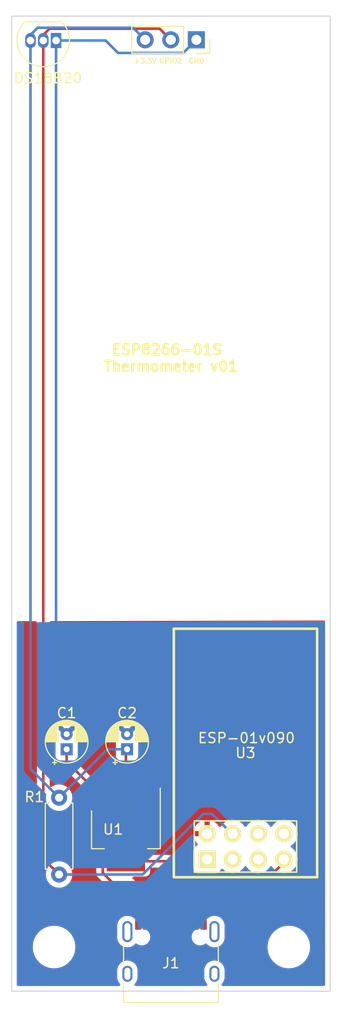
<source format=kicad_pcb>
(kicad_pcb (version 20211014) (generator pcbnew)
  (title_block (title "ESP01 Thermometer") (date "2023-01-31") (rev "v01") (comment 4 "Author: Maël Le Garrec"))
  (layers (0 "F.Cu" jumper "Front") (31 "B.Cu" signal "Back") (34 "B.Paste" user) (35 "F.Paste" user) (36 "B.SilkS" user "B.Silkscreen") (37 "F.SilkS" user "F.Silkscreen") (38 "B.Mask" user) (39 "F.Mask" user) (44 "Edge.Cuts" user))
  (net 0 "")
  (net 1 "GND")
  (net 2 "+5V")
  (net 17 "+3.3V")
  (net 18 "OneWire Bus")
  (footprint "Capacitor_THT:CP_Radial_D4.0mm_P1.50mm" (layer "F.Cu") (at 128.4 110.2924 90)
    (fp_text reference "C2" (at 3.5924 0 180) (layer "F.SilkS"))
    (fp_text value "10µF")
    (fp_line (start 2.711 -0.768) (end 2.711 0.768) (layer "F.SilkS") (width 0.12))
    (fp_line (start 1.11 -2.05) (end 1.11 -0.84) (layer "F.SilkS") (width 0.12))
    (fp_line (start 1.03 0.84) (end 1.03 2.062) (layer "F.SilkS") (width 0.12))
    (fp_line (start 1.671 0.84) (end 1.671 1.87) (layer "F.SilkS") (width 0.12))
    (fp_line (start 1.631 -1.889) (end 1.631 -0.84) (layer "F.SilkS") (width 0.12))
    (fp_line (start 1.31 -2.005) (end 1.31 -0.84) (layer "F.SilkS") (width 0.12))
    (fp_line (start 2.271 -1.438) (end 2.271 -0.84) (layer "F.SilkS") (width 0.12))
    (fp_line (start 1.871 -1.76) (end 1.871 -0.84) (layer "F.SilkS") (width 0.12))
    (fp_line (start 2.271 0.84) (end 2.271 1.438) (layer "F.SilkS") (width 0.12))
    (fp_line (start 2.031 -1.65) (end 2.031 -0.84) (layer "F.SilkS") (width 0.12))
    (fp_line (start 2.391 -1.304) (end 2.391 1.304) (layer "F.SilkS") (width 0.12))
    (fp_line (start 0.79 0.84) (end 0.79 2.08) (layer "F.SilkS") (width 0.12))
    (fp_line (start 0.95 -2.071) (end 0.95 -0.84) (layer "F.SilkS") (width 0.12))
    (fp_line (start 2.111 0.84) (end 2.111 1.587) (layer "F.SilkS") (width 0.12))
    (fp_line (start 1.831 -1.785) (end 1.831 -0.84) (layer "F.SilkS") (width 0.12))
    (fp_line (start 1.591 -1.907) (end 1.591 -0.84) (layer "F.SilkS") (width 0.12))
    (fp_line (start 1.23 0.84) (end 1.23 2.025) (layer "F.SilkS") (width 0.12))
    (fp_line (start 1.911 0.84) (end 1.911 1.735) (layer "F.SilkS") (width 0.12))
    (fp_line (start 1.791 0.84) (end 1.791 1.808) (layer "F.SilkS") (width 0.12))
    (fp_line (start 1.511 0.84) (end 1.511 1.94) (layer "F.SilkS") (width 0.12))
    (fp_line (start 2.831 -0.37) (end 2.831 0.37) (layer "F.SilkS") (width 0.12))
    (fp_line (start 2.431 -1.254) (end 2.431 1.254) (layer "F.SilkS") (width 0.12))
    (fp_line (start 2.791 -0.537) (end 2.791 0.537) (layer "F.SilkS") (width 0.12))
    (fp_line (start 1.19 0.84) (end 1.19 2.034) (layer "F.SilkS") (width 0.12))
    (fp_line (start 0.99 0.84) (end 0.99 2.067) (layer "F.SilkS") (width 0.12))
    (fp_line (start 2.471 -1.2) (end 2.471 1.2) (layer "F.SilkS") (width 0.12))
    (fp_line (start 1.551 0.84) (end 1.551 1.924) (layer "F.SilkS") (width 0.12))
    (fp_line (start 1.751 -1.83) (end 1.751 -0.84) (layer "F.SilkS") (width 0.12))
    (fp_line (start 2.311 -1.396) (end 2.311 -0.84) (layer "F.SilkS") (width 0.12))
    (fp_line (start 2.031 0.84) (end 2.031 1.65) (layer "F.SilkS") (width 0.12))
    (fp_line (start 2.551 -1.08) (end 2.551 1.08) (layer "F.SilkS") (width 0.12))
    (fp_line (start 1.671 -1.87) (end 1.671 -0.84) (layer "F.SilkS") (width 0.12))
    (fp_line (start 1.27 -2.016) (end 1.27 -0.84) (layer "F.SilkS") (width 0.12))
    (fp_line (start 2.511 -1.142) (end 2.511 1.142) (layer "F.SilkS") (width 0.12))
    (fp_line (start 1.711 -1.851) (end 1.711 -0.84) (layer "F.SilkS") (width 0.12))
    (fp_line (start 2.071 0.84) (end 2.071 1.619) (layer "F.SilkS") (width 0.12))
    (fp_line (start 1.11 0.84) (end 1.11 2.05) (layer "F.SilkS") (width 0.12))
    (fp_line (start 0.79 -2.08) (end 0.79 -0.84) (layer "F.SilkS") (width 0.12))
    (fp_line (start 2.151 0.84) (end 2.151 1.552) (layer "F.SilkS") (width 0.12))
    (fp_line (start 1.631 0.84) (end 1.631 1.889) (layer "F.SilkS") (width 0.12))
    (fp_line (start 2.351 -1.351) (end 2.351 1.351) (layer "F.SilkS") (width 0.12))
    (fp_line (start 1.711 0.84) (end 1.711 1.851) (layer "F.SilkS") (width 0.12))
    (fp_line (start 1.39 0.84) (end 1.39 1.982) (layer "F.SilkS") (width 0.12))
    (fp_line (start 0.75 -2.08) (end 0.75 -0.84) (layer "F.SilkS") (width 0.12))
    (fp_line (start 1.03 -2.062) (end 1.03 -0.84) (layer "F.SilkS") (width 0.12))
    (fp_line (start 2.071 -1.619) (end 2.071 -0.84) (layer "F.SilkS") (width 0.12))
    (fp_line (start 1.591 0.84) (end 1.591 1.907) (layer "F.SilkS") (width 0.12))
    (fp_line (start 1.43 0.84) (end 1.43 1.968) (layer "F.SilkS") (width 0.12))
    (fp_line (start 1.15 -2.042) (end 1.15 -0.84) (layer "F.SilkS") (width 0.12))
    (fp_line (start 0.75 0.84) (end 0.75 2.08) (layer "F.SilkS") (width 0.12))
    (fp_line (start 1.551 -1.924) (end 1.551 -0.84) (layer "F.SilkS") (width 0.12))
    (fp_line (start 2.591 -1.013) (end 2.591 1.013) (layer "F.SilkS") (width 0.12))
    (fp_line (start 1.991 -1.68) (end 1.991 -0.84) (layer "F.SilkS") (width 0.12))
    (fp_line (start 1.35 -1.994) (end 1.35 -0.84) (layer "F.SilkS") (width 0.12))
    (fp_line (start 2.631 -0.94) (end 2.631 0.94) (layer "F.SilkS") (width 0.12))
    (fp_line (start 1.911 -1.735) (end 1.911 -0.84) (layer "F.SilkS") (width 0.12))
    (fp_line (start -1.519801 -1.195) (end -1.119801 -1.195) (layer "F.SilkS") (width 0.12))
    (fp_line (start 1.19 -2.034) (end 1.19 -0.84) (layer "F.SilkS") (width 0.12))
    (fp_line (start 1.991 0.84) (end 1.991 1.68) (layer "F.SilkS") (width 0.12))
    (fp_line (start 2.311 0.84) (end 2.311 1.396) (layer "F.SilkS") (width 0.12))
    (fp_line (start 0.95 0.84) (end 0.95 2.071) (layer "F.SilkS") (width 0.12))
    (fp_line (start 1.951 -1.708) (end 1.951 -0.84) (layer "F.SilkS") (width 0.12))
    (fp_line (start 1.791 -1.808) (end 1.791 -0.84) (layer "F.SilkS") (width 0.12))
    (fp_line (start 2.151 -1.552) (end 2.151 -0.84) (layer "F.SilkS") (width 0.12))
    (fp_line (start 1.07 0.84) (end 1.07 2.056) (layer "F.SilkS") (width 0.12))
    (fp_line (start 1.831 0.84) (end 1.831 1.785) (layer "F.SilkS") (width 0.12))
    (fp_line (start 0.87 -2.077) (end 0.87 -0.84) (layer "F.SilkS") (width 0.12))
    (fp_line (start -1.319801 -1.395) (end -1.319801 -0.995) (layer "F.SilkS") (width 0.12))
    (fp_line (start 0.91 0.84) (end 0.91 2.074) (layer "F.SilkS") (width 0.12))
    (fp_line (start 2.191 0.84) (end 2.191 1.516) (layer "F.SilkS") (width 0.12))
    (fp_line (start 0.83 0.84) (end 0.83 2.079) (layer "F.SilkS") (width 0.12))
    (fp_line (start 1.23 -2.025) (end 1.23 -0.84) (layer "F.SilkS") (width 0.12))
    (fp_line (start 2.231 -1.478) (end 2.231 -0.84) (layer "F.SilkS") (width 0.12))
    (fp_line (start 0.83 -2.079) (end 0.83 -0.84) (layer "F.SilkS") (width 0.12))
    (fp_line (start 1.15 0.84) (end 1.15 2.042) (layer "F.SilkS") (width 0.12))
    (fp_line (start 1.751 0.84) (end 1.751 1.83) (layer "F.SilkS") (width 0.12))
    (fp_line (start 0.91 -2.074) (end 0.91 -0.84) (layer "F.SilkS") (width 0.12))
    (fp_line (start 1.31 0.84) (end 1.31 2.005) (layer "F.SilkS") (width 0.12))
    (fp_line (start 2.111 -1.587) (end 2.111 -0.84) (layer "F.SilkS") (width 0.12))
    (fp_line (start 1.471 -1.954) (end 1.471 -0.84) (layer "F.SilkS") (width 0.12))
    (fp_line (start 2.191 -1.516) (end 2.191 -0.84) (layer "F.SilkS") (width 0.12))
    (fp_line (start 0.87 0.84) (end 0.87 2.077) (layer "F.SilkS") (width 0.12))
    (fp_line (start 1.43 -1.968) (end 1.43 -0.84) (layer "F.SilkS") (width 0.12))
    (fp_line (start 1.07 -2.056) (end 1.07 -0.84) (layer "F.SilkS") (width 0.12))
    (fp_line (start 2.671 -0.859) (end 2.671 0.859) (layer "F.SilkS") (width 0.12))
    (fp_line (start 1.39 -1.982) (end 1.39 -0.84) (layer "F.SilkS") (width 0.12))
    (fp_line (start 1.871 0.84) (end 1.871 1.76) (layer "F.SilkS") (width 0.12))
    (fp_line (start 0.99 -2.067) (end 0.99 -0.84) (layer "F.SilkS") (width 0.12))
    (fp_line (start 1.35 0.84) (end 1.35 1.994) (layer "F.SilkS") (width 0.12))
    (fp_line (start 1.511 -1.94) (end 1.511 -0.84) (layer "F.SilkS") (width 0.12))
    (fp_line (start 2.751 -0.664) (end 2.751 0.664) (layer "F.SilkS") (width 0.12))
    (fp_line (start 1.27 0.84) (end 1.27 2.016) (layer "F.SilkS") (width 0.12))
    (fp_line (start 1.471 0.84) (end 1.471 1.954) (layer "F.SilkS") (width 0.12))
    (fp_line (start 1.951 0.84) (end 1.951 1.708) (layer "F.SilkS") (width 0.12))
    (fp_line (start 2.231 0.84) (end 2.231 1.478) (layer "F.SilkS") (width 0.12))
    (fp_circle (center 0.75 0) (end 2.87 0) (layer "F.SilkS") (width 0.12) (fill none))
    (pad "1" thru_hole rect (at 0 0 90) (size 1.2 1.2) (drill 0.6) (layers *.Cu *.Mask) (net 17 "+3.3V"))
    (pad "2" thru_hole circle (at 1.5 0 90) (size 1.2 1.2) (drill 0.6) (layers *.Cu *.Mask) (net 1 "GND"))
  )
  (footprint "MountingHole:MountingHole_3.2mm_M3" (layer "F.Cu") (at 144.45 129.9)
    (fp_text reference "REF02" hide)
    (fp_text value "MountingHole_3.2mm_M3" hide)
    (pad "" np_thru_hole circle (at 0 0) (size 3.2 3.2) (drill 3.2) (layers F&B.Cu *.Mask))
  )
  (footprint "ESP8266:ESP-01" (layer "F.Cu") (at 136.34 121.2 90)
    (fp_text reference "U3" (at 10.541 3.81 180) (layer "F.SilkS"))
    (fp_text value "ESP-01v090" (at 12.024 3.91 180) (layer "F.SilkS"))
    (fp_line (start -1.27 1.27) (end -1.27 8.89) (layer "F.SilkS") (width 0.1524))
    (fp_line (start 1.27 -1.27) (end -1.27 -1.27) (layer "F.SilkS") (width 0.1524))
    (fp_line (start -1.778 10.922) (end -1.778 -3.302) (layer "F.SilkS") (width 0.254))
    (fp_line (start -1.27 8.89) (end 3.81 8.89) (layer "F.SilkS") (width 0.1524))
    (fp_line (start 22.86 10.922) (end -1.778 10.922) (layer "F.SilkS") (width 0.254))
    (fp_line (start 3.81 8.89) (end 3.81 -1.27) (layer "F.SilkS") (width 0.1524))
    (fp_line (start -1.27 -1.27) (end -1.27 1.27) (layer "F.SilkS") (width 0.1524))
    (fp_line (start 22.86 -3.302) (end 22.86 10.922) (layer "F.SilkS") (width 0.254))
    (fp_line (start -1.778 -3.302) (end 22.86 -3.302) (layer "F.SilkS") (width 0.254))
    (fp_line (start 3.81 -1.27) (end 1.27 -1.27) (layer "F.SilkS") (width 0.1524))
    (pad "1" thru_hole rect locked (at 0 0 90) (size 1.7272 1.7272) (drill 1.016) (layers *.Cu *.Mask "F.SilkS"))
    (pad "2" thru_hole oval locked (at 2.54 0 90) (size 1.7272 1.7272) (drill 1.016) (layers *.Cu *.Mask "F.SilkS") (net 1 "GND"))
    (pad "3" thru_hole oval locked (at 0 2.54 90) (size 1.7272 1.7272) (drill 1.016) (layers *.Cu *.Mask "F.SilkS"))
    (pad "4" thru_hole oval locked (at 2.54 2.54 90) (size 1.7272 1.7272) (drill 1.016) (layers *.Cu *.Mask "F.SilkS") (net 18 "OneWire Bus"))
    (pad "5" thru_hole oval locked (at 0 5.08 90) (size 1.7272 1.7272) (drill 1.016) (layers *.Cu *.Mask "F.SilkS"))
    (pad "6" thru_hole oval locked (at 2.54 5.08 90) (size 1.7272 1.7272) (drill 1.016) (layers *.Cu *.Mask "F.SilkS"))
    (pad "7" thru_hole oval locked (at 0 7.62 90) (size 1.7272 1.7272) (drill 1.016) (layers *.Cu *.Mask "F.SilkS") (net 17 "+3.3V"))
    (pad "8" thru_hole oval locked (at 2.54 7.62 90) (size 1.7272 1.7272) (drill 1.016) (layers *.Cu *.Mask "F.SilkS"))
  )
  (footprint "MountingHole:MountingHole_3.2mm_M3" (layer "F.Cu") (at 121.15 129.9)
    (fp_text reference "REF01" hide)
    (fp_text value "MountingHole_3.2mm_M3" hide)
    (pad "" np_thru_hole circle (at 0 0) (size 3.2 3.2) (drill 3.2) (layers *.Cu *.Mask))
  )
  (footprint "Package_TO_SOT_SMD:SOT-223-3_TabPin2" (layer "F.Cu") (at 128.282 118.242 -90)
    (fp_text reference "U1" (at 0 1.27 180) (layer "F.SilkS"))
    (fp_text value "SSP1117-3.3V")
    (fp_line (start -4.1 -3.41) (end 1.91 -3.41) (layer "F.SilkS") (width 0.12))
    (fp_line (start -1.85 3.41) (end 1.91 3.41) (layer "F.SilkS") (width 0.12))
    (fp_line (start 1.91 3.41) (end 1.91 2.15) (layer "F.SilkS") (width 0.12))
    (fp_line (start 1.91 -3.41) (end 1.91 -2.15) (layer "F.SilkS") (width 0.12))
    (pad "1" smd rect (at -3.15 -2.3 270) (size 2 1.5) (layers "F.Cu" "F.Paste" "F.Mask") (net 1 "GND"))
    (pad "2" smd rect (at -3.15 0 270) (size 2 1.5) (layers "F.Cu" "F.Paste" "F.Mask") (net 17 "+3.3V"))
    (pad "2" smd rect (at 3.15 0 270) (size 2 3.8) (layers "F.Cu" "F.Paste" "F.Mask") (net 17 "+3.3V"))
    (pad "3" smd rect (at -3.15 2.3 270) (size 2 1.5) (layers "F.Cu" "F.Paste" "F.Mask") (net 2 "+5V"))
  )
  (footprint "Package_TO_SOT_THT:TO-92_Inline" (layer "F.Cu") (at 121.35 40.018 180)
    (fp_text reference "U2")
    (fp_text value "DS18B20" (at 0.8 -3.732 180) (layer "F.SilkS"))
    (fp_line (start -0.53 1.85) (end 3.07 1.85) (layer "F.SilkS") (width 0.12))
    (fp_arc (start -0.568478 1.838478) (mid -1.132087 -0.994977) (end 1.27 -2.6) (layer "F.SilkS") (width 0.12))
    (fp_arc (start 1.27 -2.6) (mid 3.672087 -0.994977) (end 3.108478 1.838478) (layer "F.SilkS") (width 0.12))
    (pad "1" thru_hole rect locked (at 0 0 180) (size 1.05 1.5) (drill 0.75) (layers *.Cu *.Mask) (net 1 "GND"))
    (pad "2" thru_hole oval locked (at 1.27 0 180) (size 1.05 1.5) (drill 0.75) (layers *.Cu *.Mask) (net 18 "OneWire Bus"))
    (pad "3" thru_hole oval locked (at 2.54 0 180) (size 1.05 1.5) (drill 0.75) (layers *.Cu *.Mask) (net 17 "+3.3V"))
  )
  (footprint "Capacitor_THT:CP_Radial_D4.0mm_P1.50mm" (layer "F.Cu") (at 122.4 110.2924 90)
    (fp_text reference "C1" (at 3.5924 0) (layer "F.SilkS"))
    (fp_text value "10µF")
    (fp_line (start 1.07 -2.056) (end 1.07 -0.84) (layer "F.SilkS") (width 0.12))
    (fp_line (start 0.95 -2.071) (end 0.95 -0.84) (layer "F.SilkS") (width 0.12))
    (fp_line (start 1.751 0.84) (end 1.751 1.83) (layer "F.SilkS") (width 0.12))
    (fp_line (start 2.471 -1.2) (end 2.471 1.2) (layer "F.SilkS") (width 0.12))
    (fp_line (start 1.03 -2.062) (end 1.03 -0.84) (layer "F.SilkS") (width 0.12))
    (fp_line (start 2.551 -1.08) (end 2.551 1.08) (layer "F.SilkS") (width 0.12))
    (fp_line (start 1.871 0.84) (end 1.871 1.76) (layer "F.SilkS") (width 0.12))
    (fp_line (start 2.631 -0.94) (end 2.631 0.94) (layer "F.SilkS") (width 0.12))
    (fp_line (start 2.831 -0.37) (end 2.831 0.37) (layer "F.SilkS") (width 0.12))
    (fp_line (start 1.15 -2.042) (end 1.15 -0.84) (layer "F.SilkS") (width 0.12))
    (fp_line (start 1.11 0.84) (end 1.11 2.05) (layer "F.SilkS") (width 0.12))
    (fp_line (start 1.551 0.84) (end 1.551 1.924) (layer "F.SilkS") (width 0.12))
    (fp_line (start 2.711 -0.768) (end 2.711 0.768) (layer "F.SilkS") (width 0.12))
    (fp_line (start 1.711 0.84) (end 1.711 1.851) (layer "F.SilkS") (width 0.12))
    (fp_line (start 1.11 -2.05) (end 1.11 -0.84) (layer "F.SilkS") (width 0.12))
    (fp_line (start 0.87 -2.077) (end 0.87 -0.84) (layer "F.SilkS") (width 0.12))
    (fp_line (start 0.99 0.84) (end 0.99 2.067) (layer "F.SilkS") (width 0.12))
    (fp_line (start 0.87 0.84) (end 0.87 2.077) (layer "F.SilkS") (width 0.12))
    (fp_line (start 1.791 0.84) (end 1.791 1.808) (layer "F.SilkS") (width 0.12))
    (fp_line (start 0.79 0.84) (end 0.79 2.08) (layer "F.SilkS") (width 0.12))
    (fp_line (start 1.03 0.84) (end 1.03 2.062) (layer "F.SilkS") (width 0.12))
    (fp_line (start -1.519801 -1.195) (end -1.119801 -1.195) (layer "F.SilkS") (width 0.12))
    (fp_line (start 1.27 -2.016) (end 1.27 -0.84) (layer "F.SilkS") (width 0.12))
    (fp_line (start 1.471 -1.954) (end 1.471 -0.84) (layer "F.SilkS") (width 0.12))
    (fp_line (start 2.231 0.84) (end 2.231 1.478) (layer "F.SilkS") (width 0.12))
    (fp_line (start 1.15 0.84) (end 1.15 2.042) (layer "F.SilkS") (width 0.12))
    (fp_line (start 2.311 -1.396) (end 2.311 -0.84) (layer "F.SilkS") (width 0.12))
    (fp_line (start 1.911 0.84) (end 1.911 1.735) (layer "F.SilkS") (width 0.12))
    (fp_line (start 1.19 0.84) (end 1.19 2.034) (layer "F.SilkS") (width 0.12))
    (fp_line (start 1.791 -1.808) (end 1.791 -0.84) (layer "F.SilkS") (width 0.12))
    (fp_line (start 1.871 -1.76) (end 1.871 -0.84) (layer "F.SilkS") (width 0.12))
    (fp_line (start 1.511 -1.94) (end 1.511 -0.84) (layer "F.SilkS") (width 0.12))
    (fp_line (start 1.39 0.84) (end 1.39 1.982) (layer "F.SilkS") (width 0.12))
    (fp_line (start 2.431 -1.254) (end 2.431 1.254) (layer "F.SilkS") (width 0.12))
    (fp_line (start 1.831 -1.785) (end 1.831 -0.84) (layer "F.SilkS") (width 0.12))
    (fp_line (start 1.951 0.84) (end 1.951 1.708) (layer "F.SilkS") (width 0.12))
    (fp_line (start 1.831 0.84) (end 1.831 1.785) (layer "F.SilkS") (width 0.12))
    (fp_line (start 1.23 0.84) (end 1.23 2.025) (layer "F.SilkS") (width 0.12))
    (fp_line (start 2.231 -1.478) (end 2.231 -0.84) (layer "F.SilkS") (width 0.12))
    (fp_line (start 2.271 -1.438) (end 2.271 -0.84) (layer "F.SilkS") (width 0.12))
    (fp_line (start 1.551 -1.924) (end 1.551 -0.84) (layer "F.SilkS") (width 0.12))
    (fp_line (start 2.151 -1.552) (end 2.151 -0.84) (layer "F.SilkS") (width 0.12))
    (fp_line (start 2.751 -0.664) (end 2.751 0.664) (layer "F.SilkS") (width 0.12))
    (fp_line (start 0.91 0.84) (end 0.91 2.074) (layer "F.SilkS") (width 0.12))
    (fp_line (start 1.23 -2.025) (end 1.23 -0.84) (layer "F.SilkS") (width 0.12))
    (fp_line (start 2.591 -1.013) (end 2.591 1.013) (layer "F.SilkS") (width 0.12))
    (fp_line (start 1.911 -1.735) (end 1.911 -0.84) (layer "F.SilkS") (width 0.12))
    (fp_line (start 1.671 0.84) (end 1.671 1.87) (layer "F.SilkS") (width 0.12))
    (fp_line (start 1.35 -1.994) (end 1.35 -0.84) (layer "F.SilkS") (width 0.12))
    (fp_line (start 1.07 0.84) (end 1.07 2.056) (layer "F.SilkS") (width 0.12))
    (fp_line (start 2.111 0.84) (end 2.111 1.587) (layer "F.SilkS") (width 0.12))
    (fp_line (start 2.351 -1.351) (end 2.351 1.351) (layer "F.SilkS") (width 0.12))
    (fp_line (start 2.671 -0.859) (end 2.671 0.859) (layer "F.SilkS") (width 0.12))
    (fp_line (start 0.75 -2.08) (end 0.75 -0.84) (layer "F.SilkS") (width 0.12))
    (fp_line (start 2.791 -0.537) (end 2.791 0.537) (layer "F.SilkS") (width 0.12))
    (fp_line (start 2.071 -1.619) (end 2.071 -0.84) (layer "F.SilkS") (width 0.12))
    (fp_line (start 1.43 -1.968) (end 1.43 -0.84) (layer "F.SilkS") (width 0.12))
    (fp_line (start 0.91 -2.074) (end 0.91 -0.84) (layer "F.SilkS") (width 0.12))
    (fp_line (start 2.511 -1.142) (end 2.511 1.142) (layer "F.SilkS") (width 0.12))
    (fp_line (start 0.83 0.84) (end 0.83 2.079) (layer "F.SilkS") (width 0.12))
    (fp_line (start 0.95 0.84) (end 0.95 2.071) (layer "F.SilkS") (width 0.12))
    (fp_line (start 1.991 0.84) (end 1.991 1.68) (layer "F.SilkS") (width 0.12))
    (fp_line (start 2.111 -1.587) (end 2.111 -0.84) (layer "F.SilkS") (width 0.12))
    (fp_line (start 1.631 -1.889) (end 1.631 -0.84) (layer "F.SilkS") (width 0.12))
    (fp_line (start 1.991 -1.68) (end 1.991 -0.84) (layer "F.SilkS") (width 0.12))
    (fp_line (start 1.19 -2.034) (end 1.19 -0.84) (layer "F.SilkS") (width 0.12))
    (fp_line (start 1.35 0.84) (end 1.35 1.994) (layer "F.SilkS") (width 0.12))
    (fp_line (start 0.75 0.84) (end 0.75 2.08) (layer "F.SilkS") (width 0.12))
    (fp_line (start 1.31 0.84) (end 1.31 2.005) (layer "F.SilkS") (width 0.12))
    (fp_line (start 1.951 -1.708) (end 1.951 -0.84) (layer "F.SilkS") (width 0.12))
    (fp_line (start 1.631 0.84) (end 1.631 1.889) (layer "F.SilkS") (width 0.12))
    (fp_line (start 0.99 -2.067) (end 0.99 -0.84) (layer "F.SilkS") (width 0.12))
    (fp_line (start 2.031 -1.65) (end 2.031 -0.84) (layer "F.SilkS") (width 0.12))
    (fp_line (start 2.071 0.84) (end 2.071 1.619) (layer "F.SilkS") (width 0.12))
    (fp_line (start 2.311 0.84) (end 2.311 1.396) (layer "F.SilkS") (width 0.12))
    (fp_line (start 1.39 -1.982) (end 1.39 -0.84) (layer "F.SilkS") (width 0.12))
    (fp_line (start 1.751 -1.83) (end 1.751 -0.84) (layer "F.SilkS") (width 0.12))
    (fp_line (start 0.83 -2.079) (end 0.83 -0.84) (layer "F.SilkS") (width 0.12))
    (fp_line (start 2.151 0.84) (end 2.151 1.552) (layer "F.SilkS") (width 0.12))
    (fp_line (start 1.43 0.84) (end 1.43 1.968) (layer "F.SilkS") (width 0.12))
    (fp_line (start -1.319801 -1.395) (end -1.319801 -0.995) (layer "F.SilkS") (width 0.12))
    (fp_line (start 2.391 -1.304) (end 2.391 1.304) (layer "F.SilkS") (width 0.12))
    (fp_line (start 1.711 -1.851) (end 1.711 -0.84) (layer "F.SilkS") (width 0.12))
    (fp_line (start 2.191 0.84) (end 2.191 1.516) (layer "F.SilkS") (width 0.12))
    (fp_line (start 1.27 0.84) (end 1.27 2.016) (layer "F.SilkS") (width 0.12))
    (fp_line (start 1.511 0.84) (end 1.511 1.94) (layer "F.SilkS") (width 0.12))
    (fp_line (start 0.79 -2.08) (end 0.79 -0.84) (layer "F.SilkS") (width 0.12))
    (fp_line (start 1.671 -1.87) (end 1.671 -0.84) (layer "F.SilkS") (width 0.12))
    (fp_line (start 2.191 -1.516) (end 2.191 -0.84) (layer "F.SilkS") (width 0.12))
    (fp_line (start 2.271 0.84) (end 2.271 1.438) (layer "F.SilkS") (width 0.12))
    (fp_line (start 2.031 0.84) (end 2.031 1.65) (layer "F.SilkS") (width 0.12))
    (fp_line (start 1.471 0.84) (end 1.471 1.954) (layer "F.SilkS") (width 0.12))
    (fp_line (start 1.591 -1.907) (end 1.591 -0.84) (layer "F.SilkS") (width 0.12))
    (fp_line (start 1.591 0.84) (end 1.591 1.907) (layer "F.SilkS") (width 0.12))
    (fp_line (start 1.31 -2.005) (end 1.31 -0.84) (layer "F.SilkS") (width 0.12))
    (fp_circle (center 0.75 0) (end 2.87 0) (layer "F.SilkS") (width 0.12) (fill none))
    (pad "1" thru_hole rect (at 0 0 90) (size 1.2 1.2) (drill 0.6) (layers *.Cu *.Mask) (net 2 "+5V"))
    (pad "2" thru_hole circle (at 1.5 0 90) (size 1.2 1.2) (drill 0.6) (layers *.Cu *.Mask) (net 1 "GND"))
  )
  (footprint "MountingHole:MountingHole_2.1mm" (layer "F.Cu") (at 132.75 65.7 90)
    (fp_text reference "REF**" hide)
    (fp_text value "Hole" hide)
    (pad "" np_thru_hole oval (at 0 0 90) (size 2.1 20) (drill oval 2.1 20) (layers F&B.Cu *.Mask))
  )
  (footprint "Connector_PinSocket_2.54mm:PinSocket_1x03_P2.54mm_Vertical" (layer "F.Cu") (at 135.275 39.95 -90)
    (fp_text reference "J2")
    (fp_text value "Conn_01x03_Female")
    (fp_line (start -1.33 1.27) (end -1.33 6.41) (layer "F.SilkS") (width 0.12))
    (fp_line (start 1.33 1.27) (end 1.33 6.41) (layer "F.SilkS") (width 0.12))
    (fp_line (start -1.33 6.41) (end 1.33 6.41) (layer "F.SilkS") (width 0.12))
    (fp_line (start -1.33 1.27) (end 1.33 1.27) (layer "F.SilkS") (width 0.12))
    (fp_line (start 1.33 -1.33) (end 1.33 0) (layer "F.SilkS") (width 0.12))
    (fp_line (start 0 -1.33) (end 1.33 -1.33) (layer "F.SilkS") (width 0.12))
    (pad "1" thru_hole rect locked (at 0 0 270) (size 1.7 1.7) (drill 1) (layers *.Cu *.Mask) (net 1 "GND"))
    (pad "2" thru_hole oval locked (at 0 2.54 270) (size 1.7 1.7) (drill 1) (layers *.Cu *.Mask) (net 18 "OneWire Bus"))
    (pad "3" thru_hole oval locked (at 0 5.08 270) (size 1.7 1.7) (drill 1) (layers *.Cu *.Mask) (net 17 "+3.3V"))
  )
  (footprint "Resistor_THT:R_Axial_DIN0207_L6.3mm_D2.5mm_P7.62mm_Horizontal" (layer "F.Cu") (at 121.65 115.09 -90)
    (fp_text reference "R1" (at -0.07 2.452 180) (layer "F.SilkS"))
    (fp_text value "4.7k")
    (fp_line (start 0.54 1.37) (end 7.08 1.37) (layer "F.SilkS") (width 0.12))
    (fp_line (start 0.54 -1.37) (end 7.08 -1.37) (layer "F.SilkS") (width 0.12))
    (fp_line (start 7.08 1.37) (end 7.08 1.04) (layer "F.SilkS") (width 0.12))
    (fp_line (start 0.54 1.04) (end 0.54 1.37) (layer "F.SilkS") (width 0.12))
    (fp_line (start 7.08 -1.37) (end 7.08 -1.04) (layer "F.SilkS") (width 0.12))
    (fp_line (start 0.54 -1.04) (end 0.54 -1.37) (layer "F.SilkS") (width 0.12))
    (pad "1" thru_hole circle (at 0 0 270) (size 1.6 1.6) (drill 0.8) (layers *.Cu *.Mask) (net 17 "+3.3V"))
    (pad "2" thru_hole oval (at 7.62 0 270) (size 1.6 1.6) (drill 0.8) (layers *.Cu *.Mask) (net 18 "OneWire Bus"))
  )
  (footprint "MountingHole:MountingHole_3.2mm_M3" (layer "F.Cu") (at 144.45 41.75)
    (fp_text reference "REF03" hide)
    (fp_text value "MountingHole_3.2mm_M3" hide)
    (pad "" np_thru_hole circle locked (at 0 0) (size 3.2 3.2) (drill 3.2) (layers F&B.Cu *.Mask))
  )
  (footprint "Connector_USB:USB_C_Receptacle_HRO_TYPE-C-31-M-12" (layer "F.Cu") (at 132.75 131.5)
    (fp_text reference "J1" (at 0 0) (layer "F.SilkS"))
    (fp_text value "USB_C_Receptacle_USB2.0")
    (fp_line (start -4.7 3.9) (end 4.7 3.9) (layer "F.SilkS") (width 0.12))
    (fp_line (start 4.7 2) (end 4.7 3.9) (layer "F.SilkS") (width 0.12))
    (fp_line (start -4.7 -1.9) (end -4.7 0.1) (layer "F.SilkS") (width 0.12))
    (fp_line (start -4.7 2) (end -4.7 3.9) (layer "F.SilkS") (width 0.12))
    (fp_line (start 4.7 -1.9) (end 4.7 0.1) (layer "F.SilkS") (width 0.12))
    (pad "" np_thru_hole circle (at -2.89 -2.6) (size 0.65 0.65) (drill 0.65) (layers *.Cu *.Mask))
    (pad "" np_thru_hole circle (at 2.89 -2.6) (size 0.65 0.65) (drill 0.65) (layers *.Cu *.Mask))
    (pad "A1" smd rect (at -3.25 -4.045) (size 0.6 1.45) (layers "F.Cu" "F.Paste" "F.Mask") (net 1 "GND"))
    (pad "A4" smd rect (at -2.45 -4.045) (size 0.6 1.45) (layers "F.Cu" "F.Paste" "F.Mask") (net 2 "+5V"))
    (pad "A5" smd rect (at -1.25 -4.045) (size 0.3 1.45) (layers "F.Cu" "F.Paste" "F.Mask"))
    (pad "A6" smd rect (at -0.25 -4.045) (size 0.3 1.45) (layers "F.Cu" "F.Paste" "F.Mask"))
    (pad "A7" smd rect (at 0.25 -4.045) (size 0.3 1.45) (layers "F.Cu" "F.Paste" "F.Mask"))
    (pad "A8" smd rect (at 1.25 -4.045) (size 0.3 1.45) (layers "F.Cu" "F.Paste" "F.Mask"))
    (pad "A9" smd rect (at 2.45 -4.045) (size 0.6 1.45) (layers "F.Cu" "F.Paste" "F.Mask") (net 2 "+5V"))
    (pad "A12" smd rect (at 3.25 -4.045) (size 0.6 1.45) (layers "F.Cu" "F.Paste" "F.Mask") (net 1 "GND"))
    (pad "B1" smd rect (at 3.25 -4.045) (size 0.6 1.45) (layers "F.Cu" "F.Paste" "F.Mask") (net 1 "GND"))
    (pad "B4" smd rect (at 2.45 -4.045) (size 0.6 1.45) (layers "F.Cu" "F.Paste" "F.Mask") (net 2 "+5V"))
    (pad "B5" smd rect (at 1.75 -4.045) (size 0.3 1.45) (layers "F.Cu" "F.Paste" "F.Mask"))
    (pad "B6" smd rect (at 0.75 -4.045) (size 0.3 1.45) (layers "F.Cu" "F.Paste" "F.Mask"))
    (pad "B7" smd rect (at -0.75 -4.045) (size 0.3 1.45) (layers "F.Cu" "F.Paste" "F.Mask"))
    (pad "B8" smd rect (at -1.75 -4.045) (size 0.3 1.45) (layers "F.Cu" "F.Paste" "F.Mask"))
    (pad "B9" smd rect (at -2.45 -4.045) (size 0.6 1.45) (layers "F.Cu" "F.Paste" "F.Mask") (net 2 "+5V"))
    (pad "B12" smd rect (at -3.25 -4.045) (size 0.6 1.45) (layers "F.Cu" "F.Paste" "F.Mask") (net 1 "GND"))
    (pad "S1" thru_hole oval (at -4.32 -3.13) (size 1 2.1) (drill oval 0.6 1.7) (layers *.Cu *.Mask))
    (pad "S1" thru_hole oval (at 4.32 -3.13) (size 1 2.1) (drill oval 0.6 1.7) (layers *.Cu *.Mask))
    (pad "S1" thru_hole oval (at -4.32 1.05) (size 1 1.6) (drill oval 0.6 1.2) (layers *.Cu *.Mask))
    (pad "S1" thru_hole oval (at 4.32 1.05) (size 1 1.6) (drill oval 0.6 1.2) (layers *.Cu *.Mask))
  )
  (gr_rect (start 116.939 37.6) (end 148.561 134.270231) (layer "Edge.Cuts") (width 0.1) (fill none))
  (gr_text "GPIO2\n" (at 132.735 42.05) (layer "F.SilkS") (effects (font (size 0.5 0.5) (thickness 0.125))))
  (gr_text "+3.3V" (at 130.195 42.05) (layer "F.SilkS") (effects (font (size 0.5 0.5) (thickness 0.125))))
  (gr_text "GND" (at 135.275 42.05) (layer "F.SilkS") (effects (font (size 0.5 0.5) (thickness 0.125))))
  (gr_text "ESP8266-01S \nThermometer v01" (at 132.75 71.5) (layer "F.SilkS") (effects (font (size 1.016 1.016) (thickness 0.254))))
  (segment (start 136 127.055) (end 136 125.65) (width 0.254) (layer "F.Cu") (net 1))
  (segment (start 136 125.65) (end 136.05 125.6) (width 0.254) (layer "F.Cu") (net 1))
  (segment (start 121.35 40.018) (end 126.268 40.018) (width 0.254) (layer "B.Cu") (net 1))
  (segment (start 133.975 41.25) (end 135.275 39.95) (width 0.254) (layer "B.Cu") (net 1))
  (segment (start 121.35 40.018) (end 121.35 101) (width 0.254) (layer "B.Cu") (net 1))
  (segment (start 126.268 40.018) (end 127.5 41.25) (width 0.254) (layer "B.Cu") (net 1))
  (segment (start 121.35 101) (end 121.15 101.2) (width 0.254) (layer "B.Cu") (net 1))
  (segment (start 127.5 41.25) (end 133.975 41.25) (width 0.254) (layer "B.Cu") (net 1))
  (segment (start 125.982 122.5508) (end 127.0312 123.6) (width 0.254) (layer "F.Cu") (net 2))
  (segment (start 127.0312 123.6) (end 128.5488 123.6) (width 0.254) (layer "F.Cu") (net 2))
  (segment (start 122.4 111.51) (end 122.4 110.2924) (width 0.254) (layer "F.Cu") (net 2))
  (segment (start 130.3 125.3512) (end 130.3 127.055) (width 0.254) (layer "F.Cu") (net 2))
  (segment (start 125.982 115.092) (end 125.982 122.5508) (width 0.254) (layer "F.Cu") (net 2))
  (segment (start 125.982 115.092) (end 122.4 111.51) (width 0.254) (layer "F.Cu") (net 2))
  (segment (start 128.5488 123.6) (end 130.3 125.3512) (width 0.254) (layer "F.Cu") (net 2))
  (segment (start 128.282 115.092) (end 128.282 121.392) (width 0.254) (layer "F.Cu") (net 17))
  (segment (start 134.05 123) (end 142.47 123) (width 0.254) (layer "F.Cu") (net 17))
  (segment (start 128.282 121.392) (end 132.442 121.392) (width 0.254) (layer "F.Cu") (net 17))
  (segment (start 132.442 121.392) (end 134.05 123) (width 0.254) (layer "F.Cu") (net 17))
  (segment (start 142.47 123) (end 144.07 121.4) (width 0.254) (layer "F.Cu") (net 17))
  (segment (start 128.282 110.4104) (end 128.4 110.2924) (width 0.254) (layer "F.Cu") (net 17))
  (segment (start 128.282 115.092) (end 128.282 110.4104) (width 0.254) (layer "F.Cu") (net 17))
  (segment (start 121.65 115.09) (end 118.81 112.25) (width 0.254) (layer "B.Cu") (net 17))
  (segment (start 128.995 38.75) (end 130.195 39.95) (width 0.254) (layer "B.Cu") (net 17))
  (segment (start 126.4476 110.2924) (end 128.4 110.2924) (width 0.254) (layer "B.Cu") (net 17))
  (segment (start 118.81 112.25) (end 118.81 40.018) (width 0.254) (layer "B.Cu") (net 17))
  (segment (start 121.65 115.09) (end 126.4476 110.2924) (width 0.254) (layer "B.Cu") (net 17))
  (segment (start 118.81 40.018) (end 118.81 39.464) (width 0.254) (layer "B.Cu") (net 17))
  (segment (start 118.81 39.464) (end 119.524 38.75) (width 0.254) (layer "B.Cu") (net 17))
  (segment (start 119.524 38.75) (end 128.995 38.75) (width 0.254) (layer "B.Cu") (net 17))
  (segment (start 131.631 38.846) (end 132.735 39.95) (width 0.254) (layer "F.Cu") (net 18))
  (segment (start 120.08 39.464) (end 120.698 38.846) (width 0.254) (layer "F.Cu") (net 18))
  (segment (start 121.65 122.71) (end 120.08 121.14) (width 0.254) (layer "F.Cu") (net 18))
  (segment (start 120.08 40.018) (end 120.08 39.464) (width 0.254) (layer "F.Cu") (net 18))
  (segment (start 120.698 38.846) (end 131.631 38.846) (width 0.254) (layer "F.Cu") (net 18))
  (segment (start 120.08 121.14) (end 120.08 40.018) (width 0.254) (layer "F.Cu") (net 18))
  (segment (start 136.83 116.7) (end 138.99 118.86) (width 0.254) (layer "B.Cu") (net 18))
  (segment (start 135.95 116.7) (end 136.83 116.7) (width 0.254) (layer "B.Cu") (net 18))
  (segment (start 121.65 122.71) (end 129.94 122.71) (width 0.254) (layer "B.Cu") (net 18))
  (segment (start 129.94 122.71) (end 135.95 116.7) (width 0.254) (layer "B.Cu") (net 18))
  (zone (net 0) (net_name "") (layers F&B.Cu) (name "No Plane") (connect_pads (clearance 0)) (min_thickness 0.254)
    (keepout (tracks allowed) (vias allowed) (pads allowed) (copperpour not_allowed) (footprints allowed))
    (fill (thermal_gap 0.508) (thermal_bridge_width 0.508))
    (polygon (pts (xy 150.15 97.5) (xy 115.9 97.5) (xy 115.9 37.25) (xy 150.15 37.25)))
  )
  (zone (net 1) (net_name "GND") (layer "F.Cu") (connect_pads (clearance 0.508)) (min_thickness 0.254) (fill yes (thermal_gap 0.508) (thermal_bridge_width 0.508))
    (polygon (pts (xy 149.269304 134.807141) (xy 115.785651 134.880675) (xy 116.281706 97.595277) (xy 149.257359 97.521743)))
  )
  (zone (net 1) (net_name "GND") (layer "B.Cu") (connect_pads (clearance 0.508)) (min_thickness 0.254) (fill yes (thermal_gap 0.508) (thermal_bridge_width 0.508))
    (polygon (pts (xy 149.361547 134.753915) (xy 115.809063 134.818821) (xy 116.31401 97.691722) (xy 149.358494 97.626816)))
  )
)
</source>
